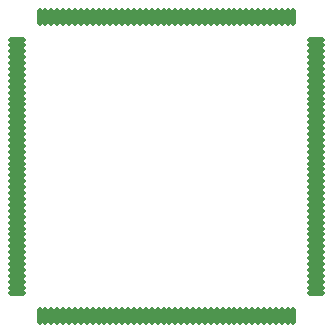
<source format=gts>
%TF.GenerationSoftware,KiCad,Pcbnew,7.0.8*%
%TF.CreationDate,2024-01-22T11:33:51+00:00*%
%TF.ProjectId,Neptune-32x-315-5818-bypass,4e657074-756e-4652-9d33-32782d333135,rev?*%
%TF.SameCoordinates,Original*%
%TF.FileFunction,Soldermask,Top*%
%TF.FilePolarity,Negative*%
%FSLAX46Y46*%
G04 Gerber Fmt 4.6, Leading zero omitted, Abs format (unit mm)*
G04 Created by KiCad (PCBNEW 7.0.8) date 2024-01-22 11:33:51*
%MOMM*%
%LPD*%
G01*
G04 APERTURE LIST*
%ADD10O,1.500000X0.450000*%
%ADD11O,0.450000X1.500000*%
G04 APERTURE END LIST*
D10*
%TO.C,IC1*%
X124453800Y-78200400D03*
X124453800Y-78700400D03*
X124453800Y-79200400D03*
X124453800Y-79700400D03*
X124453800Y-80200400D03*
X124453800Y-80700400D03*
X124453800Y-81200400D03*
X124453800Y-81700400D03*
X124453800Y-82200400D03*
X124453800Y-82700400D03*
X124453800Y-83200400D03*
X124453800Y-83700400D03*
X124453800Y-84200400D03*
X124453800Y-84700400D03*
X124453800Y-85200400D03*
X124453800Y-85700400D03*
X124453800Y-86200400D03*
X124453800Y-86700400D03*
X124453800Y-87200400D03*
X124453800Y-87700400D03*
X124453800Y-88200400D03*
X124453800Y-88700400D03*
X124453800Y-89200400D03*
X124453800Y-89700400D03*
X124453800Y-90200400D03*
X124453800Y-90700400D03*
X124453800Y-91200400D03*
X124453800Y-91700400D03*
X124453800Y-92200400D03*
X124453800Y-92700400D03*
X124453800Y-93200400D03*
X124453800Y-93700400D03*
X124453800Y-94200400D03*
X124453800Y-94700400D03*
X124453800Y-95200400D03*
X124453800Y-95700400D03*
X124453800Y-96200400D03*
X124453800Y-96700400D03*
X124453800Y-97200400D03*
X124453800Y-97700400D03*
X124453800Y-98200400D03*
X124453800Y-98700400D03*
X124453800Y-99200400D03*
X124453800Y-99700400D03*
D11*
X126378800Y-101625400D03*
X126878800Y-101625400D03*
X127378800Y-101625400D03*
X127878800Y-101625400D03*
X128378800Y-101625400D03*
X128878800Y-101625400D03*
X129378800Y-101625400D03*
X129878800Y-101625400D03*
X130378800Y-101625400D03*
X130878800Y-101625400D03*
X131378800Y-101625400D03*
X131878800Y-101625400D03*
X132378800Y-101625400D03*
X132878800Y-101625400D03*
X133378800Y-101625400D03*
X133878800Y-101625400D03*
X134378800Y-101625400D03*
X134878800Y-101625400D03*
X135378800Y-101625400D03*
X135878800Y-101625400D03*
X136378800Y-101625400D03*
X136878800Y-101625400D03*
X137378800Y-101625400D03*
X137878800Y-101625400D03*
X138378800Y-101625400D03*
X138878800Y-101625400D03*
X139378800Y-101625400D03*
X139878800Y-101625400D03*
X140378800Y-101625400D03*
X140878800Y-101625400D03*
X141378800Y-101625400D03*
X141878800Y-101625400D03*
X142378800Y-101625400D03*
X142878800Y-101625400D03*
X143378800Y-101625400D03*
X143878800Y-101625400D03*
X144378800Y-101625400D03*
X144878800Y-101625400D03*
X145378800Y-101625400D03*
X145878800Y-101625400D03*
X146378800Y-101625400D03*
X146878800Y-101625400D03*
X147378800Y-101625400D03*
X147878800Y-101625400D03*
D10*
X149803800Y-99700400D03*
X149803800Y-99200400D03*
X149803800Y-98700400D03*
X149803800Y-98200400D03*
X149803800Y-97700400D03*
X149803800Y-97200400D03*
X149803800Y-96700400D03*
X149803800Y-96200400D03*
X149803800Y-95700400D03*
X149803800Y-95200400D03*
X149803800Y-94700400D03*
X149803800Y-94200400D03*
X149803800Y-93700400D03*
X149803800Y-93200400D03*
X149803800Y-92700400D03*
X149803800Y-92200400D03*
X149803800Y-91700400D03*
X149803800Y-91200400D03*
X149803800Y-90700400D03*
X149803800Y-90200400D03*
X149803800Y-89700400D03*
X149803800Y-89200400D03*
X149803800Y-88700400D03*
X149803800Y-88200400D03*
X149803800Y-87700400D03*
X149803800Y-87200400D03*
X149803800Y-86700400D03*
X149803800Y-86200400D03*
X149803800Y-85700400D03*
X149803800Y-85200400D03*
X149803800Y-84700400D03*
X149803800Y-84200400D03*
X149803800Y-83700400D03*
X149803800Y-83200400D03*
X149803800Y-82700400D03*
X149803800Y-82200400D03*
X149803800Y-81700400D03*
X149803800Y-81200400D03*
X149803800Y-80700400D03*
X149803800Y-80200400D03*
X149803800Y-79700400D03*
X149803800Y-79200400D03*
X149803800Y-78700400D03*
X149803800Y-78200400D03*
D11*
X147878800Y-76275400D03*
X147378800Y-76275400D03*
X146878800Y-76275400D03*
X146378800Y-76275400D03*
X145878800Y-76275400D03*
X145378800Y-76275400D03*
X144878800Y-76275400D03*
X144378800Y-76275400D03*
X143878800Y-76275400D03*
X143378800Y-76275400D03*
X142878800Y-76275400D03*
X142378800Y-76275400D03*
X141878800Y-76275400D03*
X141378800Y-76275400D03*
X140878800Y-76275400D03*
X140378800Y-76275400D03*
X139878800Y-76275400D03*
X139378800Y-76275400D03*
X138878800Y-76275400D03*
X138378800Y-76275400D03*
X137878800Y-76275400D03*
X137378800Y-76275400D03*
X136878800Y-76275400D03*
X136378800Y-76275400D03*
X135878800Y-76275400D03*
X135378800Y-76275400D03*
X134878800Y-76275400D03*
X134378800Y-76275400D03*
X133878800Y-76275400D03*
X133378800Y-76275400D03*
X132878800Y-76275400D03*
X132378800Y-76275400D03*
X131878800Y-76275400D03*
X131378800Y-76275400D03*
X130878800Y-76275400D03*
X130378800Y-76275400D03*
X129878800Y-76275400D03*
X129378800Y-76275400D03*
X128878800Y-76275400D03*
X128378800Y-76275400D03*
X127878800Y-76275400D03*
X127378800Y-76275400D03*
X126878800Y-76275400D03*
X126378800Y-76275400D03*
%TD*%
M02*

</source>
